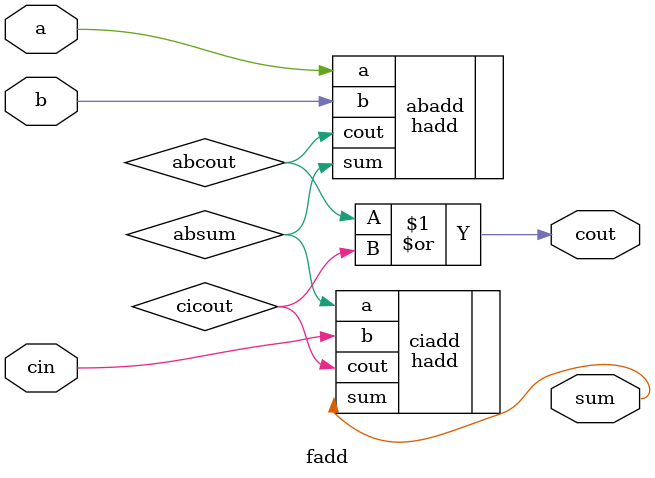
<source format=v>
module fadd(
    input a,
    input b,
    input cin,
    output sum,
    output cout
);

    wire absum, abcout, cicout;

    hadd abadd (.a(a), .b(b), .sum(absum), .cout(abcout));
    hadd ciadd (.a(absum), .b(cin), .sum(sum), .cout(cicout));

    assign cout = abcout | cicout;

endmodule

</source>
